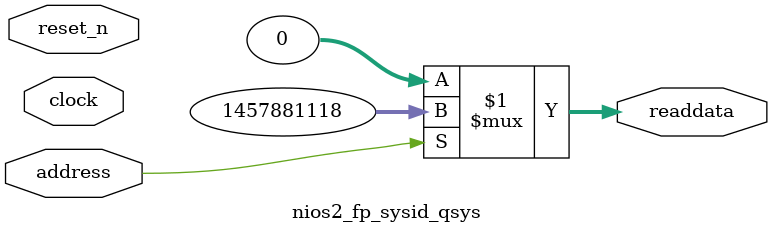
<source format=v>

`timescale 1ns / 1ps
// synthesis translate_on

// turn off superfluous verilog processor warnings 
// altera message_level Level1 
// altera message_off 10034 10035 10036 10037 10230 10240 10030 

module nios2_fp_sysid_qsys (
               // inputs:
                address,
                clock,
                reset_n,

               // outputs:
                readdata
             )
;

  output  [ 31: 0] readdata;
  input            address;
  input            clock;
  input            reset_n;

  wire    [ 31: 0] readdata;
  //control_slave, which is an e_avalon_slave
  assign readdata = address ? 1457881118 : 0;

endmodule




</source>
